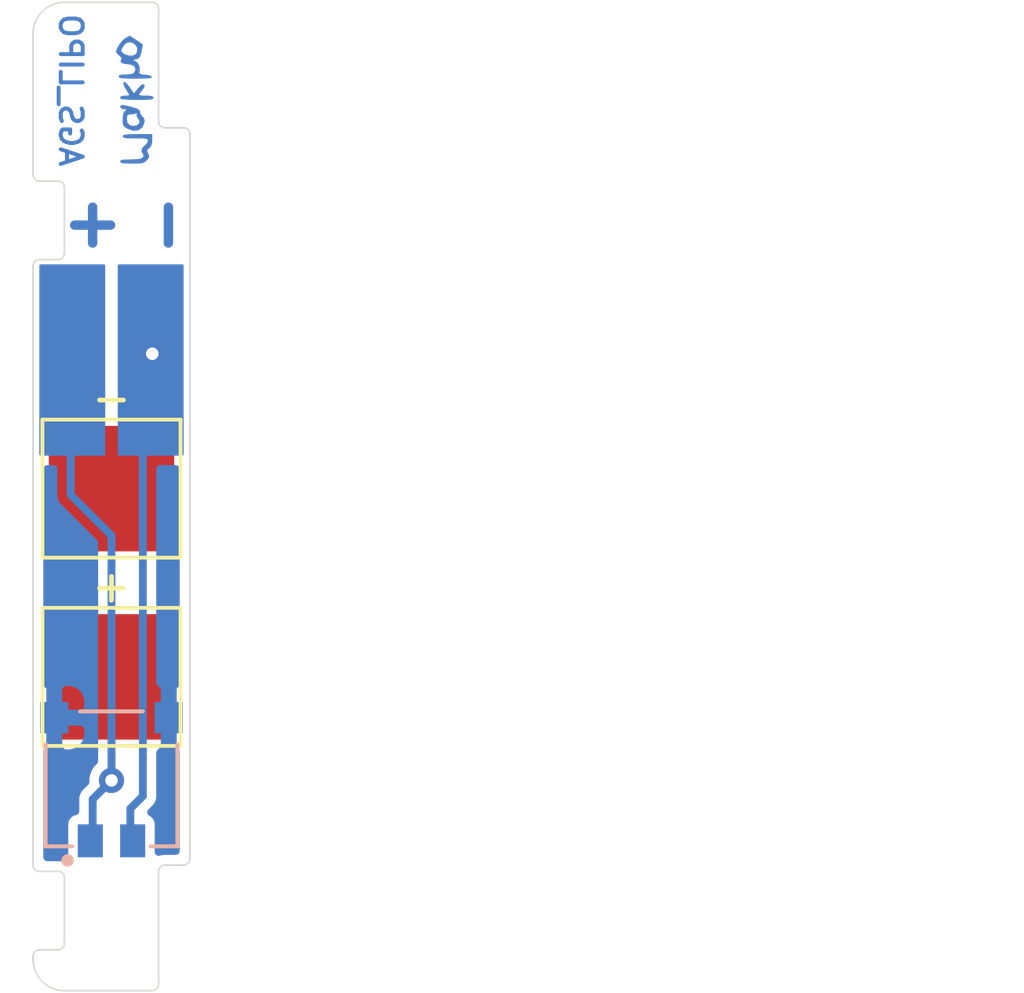
<source format=kicad_pcb>
(kicad_pcb (version 20171130) (host pcbnew "(5.1.6)-1")

  (general
    (thickness 1.6)
    (drawings 44)
    (tracks 16)
    (zones 0)
    (modules 4)
    (nets 4)
  )

  (page A4)
  (layers
    (0 F.Cu signal)
    (31 B.Cu signal)
    (32 B.Adhes user)
    (33 F.Adhes user)
    (34 B.Paste user)
    (35 F.Paste user)
    (36 B.SilkS user)
    (37 F.SilkS user)
    (38 B.Mask user)
    (39 F.Mask user)
    (40 Dwgs.User user)
    (41 Cmts.User user)
    (42 Eco1.User user)
    (43 Eco2.User user)
    (44 Edge.Cuts user)
    (45 Margin user)
    (46 B.CrtYd user)
    (47 F.CrtYd user)
    (48 B.Fab user)
    (49 F.Fab user)
  )

  (setup
    (last_trace_width 0.25)
    (trace_clearance 0.2)
    (zone_clearance 0.3)
    (zone_45_only no)
    (trace_min 0.2)
    (via_size 0.8)
    (via_drill 0.4)
    (via_min_size 0.4)
    (via_min_drill 0.3)
    (uvia_size 0.3)
    (uvia_drill 0.1)
    (uvias_allowed no)
    (uvia_min_size 0.2)
    (uvia_min_drill 0.1)
    (edge_width 0.05)
    (segment_width 0.2)
    (pcb_text_width 0.3)
    (pcb_text_size 1.5 1.5)
    (mod_edge_width 0.12)
    (mod_text_size 1 1)
    (mod_text_width 0.15)
    (pad_size 0.7 0.8)
    (pad_drill 0)
    (pad_to_mask_clearance 0.051)
    (solder_mask_min_width 0.25)
    (aux_axis_origin 0 0)
    (visible_elements 7FFFFFFF)
    (pcbplotparams
      (layerselection 0x010f0_ffffffff)
      (usegerberextensions true)
      (usegerberattributes false)
      (usegerberadvancedattributes false)
      (creategerberjobfile false)
      (excludeedgelayer true)
      (linewidth 0.150000)
      (plotframeref false)
      (viasonmask false)
      (mode 1)
      (useauxorigin false)
      (hpglpennumber 1)
      (hpglpenspeed 20)
      (hpglpendiameter 15.000000)
      (psnegative false)
      (psa4output false)
      (plotreference true)
      (plotvalue true)
      (plotinvisibletext false)
      (padsonsilk false)
      (subtractmaskfromsilk false)
      (outputformat 1)
      (mirror false)
      (drillshape 0)
      (scaleselection 1)
      (outputdirectory "gerbers(single)/"))
  )

  (net 0 "")
  (net 1 GND)
  (net 2 "Net-(J1-Pad2)")
  (net 3 "Net-(J1-Pad1)")

  (net_class Default "This is the default net class."
    (clearance 0.2)
    (trace_width 0.25)
    (via_dia 0.8)
    (via_drill 0.4)
    (uvia_dia 0.3)
    (uvia_drill 0.1)
    (add_net GND)
    (add_net "Net-(J1-Pad1)")
    (add_net "Net-(J1-Pad2)")
  )

  (module "misc_footprints:JST_BM02B-ACHSS-GAN-TF(LF)(SN)" (layer B.Cu) (tedit 5F3EEB13) (tstamp 5F3EEAD0)
    (at 2.5 24.75)
    (path /5F0BDC23)
    (fp_text reference J1 (at 1.075 3.635) (layer B.SilkS) hide
      (effects (font (size 1 1) (thickness 0.015)) (justify mirror))
    )
    (fp_text value "BM02B-ACHSS-GAN-TF(LF)(SN)" (at 16.95 -3.365) (layer B.Fab)
      (effects (font (size 1 1) (thickness 0.015)) (justify mirror))
    )
    (fp_line (start -2.1 2.15) (end 2.1 2.15) (layer B.Fab) (width 0.127))
    (fp_line (start 2.1 2.15) (end 2.1 -2.15) (layer B.Fab) (width 0.127))
    (fp_line (start 2.1 -2.15) (end -2.1 -2.15) (layer B.Fab) (width 0.127))
    (fp_line (start -2.1 -2.15) (end -2.1 2.15) (layer B.Fab) (width 0.127))
    (fp_line (start -1.25 2.15) (end -2.1 2.15) (layer B.SilkS) (width 0.127))
    (fp_line (start -2.1 2.15) (end -2.1 -1.1) (layer B.SilkS) (width 0.127))
    (fp_line (start 1.25 2.15) (end 2.1 2.15) (layer B.SilkS) (width 0.127))
    (fp_line (start 2.1 2.15) (end 2.1 -1.1) (layer B.SilkS) (width 0.127))
    (fp_line (start -1 -2.15) (end 1 -2.15) (layer B.SilkS) (width 0.127))
    (fp_line (start -2.35 2.5625) (end 2.35 2.5625) (layer B.CrtYd) (width 0.05))
    (fp_line (start 2.35 2.5625) (end 2.35 -2.54) (layer B.CrtYd) (width 0.05))
    (fp_line (start 2.35 -2.54) (end -2.35 -2.54) (layer B.CrtYd) (width 0.05))
    (fp_line (start -2.35 -2.54) (end -2.35 2.5625) (layer B.CrtYd) (width 0.05))
    (fp_circle (center -1.4 2.6) (end -1.3 2.6) (layer B.SilkS) (width 0.2))
    (fp_circle (center -1.4 2.6) (end -1.3 2.6) (layer B.Fab) (width 0.2))
    (pad S2 smd rect (at 1.825 -1.95) (size 0.9 1) (layers B.Cu B.Paste B.Mask)
      (net 1 GND))
    (pad S1 smd rect (at -1.825 -1.95) (size 0.9 1) (layers B.Cu B.Paste B.Mask)
      (net 1 GND))
    (pad 2 smd rect (at 0.675 1.975) (size 0.8 1.05) (layers B.Cu B.Paste B.Mask)
      (net 2 "Net-(J1-Pad2)"))
    (pad 1 smd rect (at -0.675 1.975) (size 0.8 1.05) (layers B.Cu B.Paste B.Mask)
      (net 3 "Net-(J1-Pad1)"))
  )

  (module misc_footprints:makho_micro_fmask (layer B.Cu) (tedit 5F25B3E4) (tstamp 5F26150A)
    (at 3.3 3.1 90)
    (fp_text reference Ref** (at 0 -1.7 90) (layer B.SilkS) hide
      (effects (font (size 1.27 1.27) (thickness 0.15)) (justify mirror))
    )
    (fp_text value Val** (at 0 1.45 90) (layer B.SilkS) hide
      (effects (font (size 1.27 1.27) (thickness 0.15)) (justify mirror))
    )
    (fp_poly (pts (xy -1.105667 0.027) (xy -1.107481 -0.181438) (xy -1.114142 -0.318683) (xy -1.127481 -0.398154)
      (xy -1.149327 -0.43327) (xy -1.169167 -0.438667) (xy -1.199437 -0.424273) (xy -1.218593 -0.371631)
      (xy -1.228876 -0.266547) (xy -1.232527 -0.094828) (xy -1.232667 -0.0365) (xy -1.233977 0.150494)
      (xy -1.240082 0.26852) (xy -1.254247 0.333265) (xy -1.279737 0.360412) (xy -1.316358 0.365667)
      (xy -1.398641 0.33261) (xy -1.469393 0.259833) (xy -1.560525 0.172608) (xy -1.660389 0.160547)
      (xy -1.730406 0.203006) (xy -1.789166 0.229053) (xy -1.844706 0.197823) (xy -1.880786 0.14195)
      (xy -1.901543 0.037873) (xy -1.909639 -0.130208) (xy -1.91 -0.18985) (xy -1.914722 -0.374777)
      (xy -1.930498 -0.48295) (xy -1.959746 -0.521839) (xy -2.004884 -0.498914) (xy -2.008778 -0.495111)
      (xy -2.021876 -0.442302) (xy -2.031743 -0.326896) (xy -2.036713 -0.170949) (xy -2.037 -0.12149)
      (xy -2.034588 0.053956) (xy -2.023753 0.167506) (xy -1.999097 0.241874) (xy -1.95522 0.299777)
      (xy -1.93132 0.32319) (xy -1.851678 0.387379) (xy -1.788118 0.395599) (xy -1.718499 0.365131)
      (xy -1.63612 0.331303) (xy -1.583106 0.353644) (xy -1.546612 0.400229) (xy -1.478886 0.463094)
      (xy -1.374447 0.489618) (xy -1.293766 0.492667) (xy -1.105667 0.492667) (xy -1.105667 0.027)) (layer B.Mask) (width 0.01))
    (fp_poly (pts (xy -0.598475 0.23487) (xy -0.538146 0.182995) (xy -0.452577 0.120822) (xy -0.379436 0.102834)
      (xy -0.332328 0.083809) (xy -0.286873 0.000442) (xy -0.243952 -0.132601) (xy -0.206477 -0.277449)
      (xy -0.181204 -0.396747) (xy -0.174333 -0.452027) (xy -0.19875 -0.516583) (xy -0.256119 -0.50956)
      (xy -0.273111 -0.495111) (xy -0.296911 -0.433693) (xy -0.30268 -0.378694) (xy -0.308591 -0.317878)
      (xy -0.335655 -0.33326) (xy -0.360263 -0.364583) (xy -0.431162 -0.41471) (xy -0.556519 -0.43662)
      (xy -0.633223 -0.438667) (xy -0.763229 -0.43464) (xy -0.839116 -0.411484) (xy -0.891396 -0.352582)
      (xy -0.933322 -0.275236) (xy -0.988792 -0.101654) (xy -0.846007 -0.101654) (xy -0.812103 -0.221788)
      (xy -0.810502 -0.224816) (xy -0.739581 -0.291966) (xy -0.617344 -0.311667) (xy -0.517602 -0.303381)
      (xy -0.477083 -0.267009) (xy -0.470667 -0.209296) (xy -0.458914 -0.095816) (xy -0.442306 -0.033018)
      (xy -0.434019 0.017367) (xy -0.46614 0.008631) (xy -0.534671 0.009863) (xy -0.602812 0.052824)
      (xy -0.694473 0.097816) (xy -0.774212 0.0755) (xy -0.82905 0.003226) (xy -0.846007 -0.101654)
      (xy -0.988792 -0.101654) (xy -0.989466 -0.099548) (xy -0.974356 0.053568) (xy -0.89206 0.170838)
      (xy -0.778228 0.230652) (xy -0.670822 0.25442) (xy -0.598475 0.23487)) (layer B.Mask) (width 0.01))
    (fp_poly (pts (xy 0.759655 0.432761) (xy 0.784915 0.326644) (xy 0.791078 0.266886) (xy 0.802682 0.147725)
      (xy 0.824764 0.093972) (xy 0.869195 0.086381) (xy 0.898564 0.092626) (xy 1.029977 0.095134)
      (xy 1.14855 0.048059) (xy 1.224037 -0.034307) (xy 1.234188 -0.065969) (xy 1.248432 -0.122276)
      (xy 1.250707 -0.120021) (xy 1.398919 -0.120021) (xy 1.399791 -0.25076) (xy 1.443277 -0.380038)
      (xy 1.466083 -0.415541) (xy 1.525851 -0.481141) (xy 1.584504 -0.486584) (xy 1.655328 -0.454816)
      (xy 1.754542 -0.384005) (xy 1.815363 -0.311611) (xy 1.833909 -0.198455) (xy 1.791159 -0.084757)
      (xy 1.704949 -0.000079) (xy 1.611046 0.027) (xy 1.505598 0.009686) (xy 1.4428 -0.0238)
      (xy 1.398919 -0.120021) (xy 1.250707 -0.120021) (xy 1.263523 -0.107319) (xy 1.28456 -0.028396)
      (xy 1.313827 0.0552) (xy 1.367231 0.104695) (xy 1.470017 0.138909) (xy 1.525879 0.151521)
      (xy 1.648057 0.177154) (xy 1.730463 0.193372) (xy 1.749504 0.196333) (xy 1.778227 0.163763)
      (xy 1.837757 0.079287) (xy 1.898948 -0.013694) (xy 2.033723 -0.223722) (xy 1.956278 -0.35639)
      (xy 1.875534 -0.451346) (xy 1.75675 -0.545867) (xy 1.630585 -0.619116) (xy 1.5277 -0.650255)
      (xy 1.523759 -0.650333) (xy 1.471154 -0.620113) (xy 1.401828 -0.547378) (xy 1.401314 -0.546725)
      (xy 1.334771 -0.479633) (xy 1.284908 -0.480491) (xy 1.269478 -0.493455) (xy 1.212885 -0.510268)
      (xy 1.164841 -0.459614) (xy 1.139274 -0.358518) (xy 1.13807 -0.332833) (xy 1.114923 -0.165209)
      (xy 1.054943 -0.063291) (xy 0.963695 -0.033001) (xy 0.880933 -0.059308) (xy 0.831344 -0.104033)
      (xy 0.806455 -0.184987) (xy 0.799346 -0.32549) (xy 0.799333 -0.334323) (xy 0.793565 -0.474229)
      (xy 0.773343 -0.546021) (xy 0.735833 -0.565667) (xy 0.709011 -0.553215) (xy 0.690764 -0.507394)
      (xy 0.679578 -0.415506) (xy 0.67394 -0.264854) (xy 0.672335 -0.04274) (xy 0.672333 -0.032972)
      (xy 0.674347 0.197694) (xy 0.68107 0.353707) (xy 0.693521 0.445002) (xy 0.71272 0.481513)
      (xy 0.72525 0.482302) (xy 0.759655 0.432761)) (layer B.Mask) (width 0.01))
    (fp_poly (pts (xy 0.096794 0.514097) (xy 0.11651 0.440749) (xy 0.122 0.302167) (xy 0.126217 0.174631)
      (xy 0.137094 0.09006) (xy 0.147639 0.069333) (xy 0.1934 0.094134) (xy 0.275566 0.155843)
      (xy 0.301887 0.177551) (xy 0.399306 0.245474) (xy 0.461424 0.250665) (xy 0.477107 0.239159)
      (xy 0.48627 0.192584) (xy 0.433459 0.121601) (xy 0.357892 0.053331) (xy 0.192067 -0.085888)
      (xy 0.393678 -0.2246) (xy 0.512711 -0.316241) (xy 0.558983 -0.378765) (xy 0.550854 -0.407746)
      (xy 0.492058 -0.41898) (xy 0.388101 -0.372221) (xy 0.336284 -0.33959) (xy 0.23262 -0.273764)
      (xy 0.16069 -0.233219) (xy 0.144074 -0.227) (xy 0.129475 -0.264265) (xy 0.122187 -0.355881)
      (xy 0.122 -0.375167) (xy 0.108684 -0.487959) (xy 0.070161 -0.523482) (xy 0.023222 -0.495111)
      (xy 0.012192 -0.444013) (xy 0.003182 -0.325989) (xy -0.002864 -0.158773) (xy -0.005 0.034056)
      (xy -0.003375 0.251341) (xy 0.002603 0.397031) (xy 0.014584 0.484152) (xy 0.03422 0.525732)
      (xy 0.0585 0.535) (xy 0.096794 0.514097)) (layer B.Mask) (width 0.01))
    (fp_poly (pts (xy 0.096794 0.514097) (xy 0.11651 0.440749) (xy 0.122 0.302167) (xy 0.126217 0.174631)
      (xy 0.137094 0.09006) (xy 0.147639 0.069333) (xy 0.1934 0.094134) (xy 0.275566 0.155843)
      (xy 0.301887 0.177551) (xy 0.399306 0.245474) (xy 0.461424 0.250665) (xy 0.477107 0.239159)
      (xy 0.48627 0.192584) (xy 0.433459 0.121601) (xy 0.357892 0.053331) (xy 0.192067 -0.085888)
      (xy 0.393678 -0.2246) (xy 0.512711 -0.316241) (xy 0.558983 -0.378765) (xy 0.550854 -0.407746)
      (xy 0.492058 -0.41898) (xy 0.388101 -0.372221) (xy 0.336284 -0.33959) (xy 0.23262 -0.273764)
      (xy 0.16069 -0.233219) (xy 0.144074 -0.227) (xy 0.129475 -0.264265) (xy 0.122187 -0.355881)
      (xy 0.122 -0.375167) (xy 0.108684 -0.487959) (xy 0.070161 -0.523482) (xy 0.023222 -0.495111)
      (xy 0.012192 -0.444013) (xy 0.003182 -0.325989) (xy -0.002864 -0.158773) (xy -0.005 0.034056)
      (xy -0.003375 0.251341) (xy 0.002603 0.397031) (xy 0.014584 0.484152) (xy 0.03422 0.525732)
      (xy 0.0585 0.535) (xy 0.096794 0.514097)) (layer B.Cu) (width 0.01))
    (fp_poly (pts (xy -0.598475 0.23487) (xy -0.538146 0.182995) (xy -0.452577 0.120822) (xy -0.379436 0.102834)
      (xy -0.332328 0.083809) (xy -0.286873 0.000442) (xy -0.243952 -0.132601) (xy -0.206477 -0.277449)
      (xy -0.181204 -0.396747) (xy -0.174333 -0.452027) (xy -0.19875 -0.516583) (xy -0.256119 -0.50956)
      (xy -0.273111 -0.495111) (xy -0.296911 -0.433693) (xy -0.30268 -0.378694) (xy -0.308591 -0.317878)
      (xy -0.335655 -0.33326) (xy -0.360263 -0.364583) (xy -0.431162 -0.41471) (xy -0.556519 -0.43662)
      (xy -0.633223 -0.438667) (xy -0.763229 -0.43464) (xy -0.839116 -0.411484) (xy -0.891396 -0.352582)
      (xy -0.933322 -0.275236) (xy -0.988792 -0.101654) (xy -0.846007 -0.101654) (xy -0.812103 -0.221788)
      (xy -0.810502 -0.224816) (xy -0.739581 -0.291966) (xy -0.617344 -0.311667) (xy -0.517602 -0.303381)
      (xy -0.477083 -0.267009) (xy -0.470667 -0.209296) (xy -0.458914 -0.095816) (xy -0.442306 -0.033018)
      (xy -0.434019 0.017367) (xy -0.46614 0.008631) (xy -0.534671 0.009863) (xy -0.602812 0.052824)
      (xy -0.694473 0.097816) (xy -0.774212 0.0755) (xy -0.82905 0.003226) (xy -0.846007 -0.101654)
      (xy -0.988792 -0.101654) (xy -0.989466 -0.099548) (xy -0.974356 0.053568) (xy -0.89206 0.170838)
      (xy -0.778228 0.230652) (xy -0.670822 0.25442) (xy -0.598475 0.23487)) (layer B.Cu) (width 0.01))
    (fp_poly (pts (xy -1.105667 0.027) (xy -1.107481 -0.181438) (xy -1.114142 -0.318683) (xy -1.127481 -0.398154)
      (xy -1.149327 -0.43327) (xy -1.169167 -0.438667) (xy -1.199437 -0.424273) (xy -1.218593 -0.371631)
      (xy -1.228876 -0.266547) (xy -1.232527 -0.094828) (xy -1.232667 -0.0365) (xy -1.233977 0.150494)
      (xy -1.240082 0.26852) (xy -1.254247 0.333265) (xy -1.279737 0.360412) (xy -1.316358 0.365667)
      (xy -1.398641 0.33261) (xy -1.469393 0.259833) (xy -1.560525 0.172608) (xy -1.660389 0.160547)
      (xy -1.730406 0.203006) (xy -1.789166 0.229053) (xy -1.844706 0.197823) (xy -1.880786 0.14195)
      (xy -1.901543 0.037873) (xy -1.909639 -0.130208) (xy -1.91 -0.18985) (xy -1.914722 -0.374777)
      (xy -1.930498 -0.48295) (xy -1.959746 -0.521839) (xy -2.004884 -0.498914) (xy -2.008778 -0.495111)
      (xy -2.021876 -0.442302) (xy -2.031743 -0.326896) (xy -2.036713 -0.170949) (xy -2.037 -0.12149)
      (xy -2.034588 0.053956) (xy -2.023753 0.167506) (xy -1.999097 0.241874) (xy -1.95522 0.299777)
      (xy -1.93132 0.32319) (xy -1.851678 0.387379) (xy -1.788118 0.395599) (xy -1.718499 0.365131)
      (xy -1.63612 0.331303) (xy -1.583106 0.353644) (xy -1.546612 0.400229) (xy -1.478886 0.463094)
      (xy -1.374447 0.489618) (xy -1.293766 0.492667) (xy -1.105667 0.492667) (xy -1.105667 0.027)) (layer B.Cu) (width 0.01))
    (fp_poly (pts (xy 0.759655 0.432761) (xy 0.784915 0.326644) (xy 0.791078 0.266886) (xy 0.802682 0.147725)
      (xy 0.824764 0.093972) (xy 0.869195 0.086381) (xy 0.898564 0.092626) (xy 1.029977 0.095134)
      (xy 1.14855 0.048059) (xy 1.224037 -0.034307) (xy 1.234188 -0.065969) (xy 1.248432 -0.122276)
      (xy 1.250707 -0.120021) (xy 1.398919 -0.120021) (xy 1.399791 -0.25076) (xy 1.443277 -0.380038)
      (xy 1.466083 -0.415541) (xy 1.525851 -0.481141) (xy 1.584504 -0.486584) (xy 1.655328 -0.454816)
      (xy 1.754542 -0.384005) (xy 1.815363 -0.311611) (xy 1.833909 -0.198455) (xy 1.791159 -0.084757)
      (xy 1.704949 -0.000079) (xy 1.611046 0.027) (xy 1.505598 0.009686) (xy 1.4428 -0.0238)
      (xy 1.398919 -0.120021) (xy 1.250707 -0.120021) (xy 1.263523 -0.107319) (xy 1.28456 -0.028396)
      (xy 1.313827 0.0552) (xy 1.367231 0.104695) (xy 1.470017 0.138909) (xy 1.525879 0.151521)
      (xy 1.648057 0.177154) (xy 1.730463 0.193372) (xy 1.749504 0.196333) (xy 1.778227 0.163763)
      (xy 1.837757 0.079287) (xy 1.898948 -0.013694) (xy 2.033723 -0.223722) (xy 1.956278 -0.35639)
      (xy 1.875534 -0.451346) (xy 1.75675 -0.545867) (xy 1.630585 -0.619116) (xy 1.5277 -0.650255)
      (xy 1.523759 -0.650333) (xy 1.471154 -0.620113) (xy 1.401828 -0.547378) (xy 1.401314 -0.546725)
      (xy 1.334771 -0.479633) (xy 1.284908 -0.480491) (xy 1.269478 -0.493455) (xy 1.212885 -0.510268)
      (xy 1.164841 -0.459614) (xy 1.139274 -0.358518) (xy 1.13807 -0.332833) (xy 1.114923 -0.165209)
      (xy 1.054943 -0.063291) (xy 0.963695 -0.033001) (xy 0.880933 -0.059308) (xy 0.831344 -0.104033)
      (xy 0.806455 -0.184987) (xy 0.799346 -0.32549) (xy 0.799333 -0.334323) (xy 0.793565 -0.474229)
      (xy 0.773343 -0.546021) (xy 0.735833 -0.565667) (xy 0.709011 -0.553215) (xy 0.690764 -0.507394)
      (xy 0.679578 -0.415506) (xy 0.67394 -0.264854) (xy 0.672335 -0.04274) (xy 0.672333 -0.032972)
      (xy 0.674347 0.197694) (xy 0.68107 0.353707) (xy 0.693521 0.445002) (xy 0.71272 0.481513)
      (xy 0.72525 0.482302) (xy 0.759655 0.432761)) (layer B.Cu) (width 0.01))
  )

  (module TestPoint:TestPoint_Pad_4.0x4.0mm (layer F.Cu) (tedit 5A0F774F) (tstamp 5F0BDE92)
    (at 2.5 21.5)
    (descr "SMD rectangular pad as test Point, square 4.0mm side length")
    (tags "test point SMD pad rectangle square")
    (path /5F0BE68B)
    (attr virtual)
    (fp_text reference + (at 0 -2.898) (layer F.SilkS)
      (effects (font (size 1 1) (thickness 0.15)))
    )
    (fp_text value TestPoint (at 0 3.1) (layer F.Fab)
      (effects (font (size 1 1) (thickness 0.15)))
    )
    (fp_line (start -2.2 -2.2) (end 2.2 -2.2) (layer F.SilkS) (width 0.12))
    (fp_line (start 2.2 -2.2) (end 2.2 2.2) (layer F.SilkS) (width 0.12))
    (fp_line (start 2.2 2.2) (end -2.2 2.2) (layer F.SilkS) (width 0.12))
    (fp_line (start -2.2 2.2) (end -2.2 -2.2) (layer F.SilkS) (width 0.12))
    (fp_line (start -2.5 -2.5) (end 2.5 -2.5) (layer F.CrtYd) (width 0.05))
    (fp_line (start -2.5 -2.5) (end -2.5 2.5) (layer F.CrtYd) (width 0.05))
    (fp_line (start 2.5 2.5) (end 2.5 -2.5) (layer F.CrtYd) (width 0.05))
    (fp_line (start 2.5 2.5) (end -2.5 2.5) (layer F.CrtYd) (width 0.05))
    (fp_text user %R (at 0 -2.9) (layer F.Fab)
      (effects (font (size 1 1) (thickness 0.15)))
    )
    (pad 1 smd rect (at 0 0) (size 4 4) (layers F.Cu F.Mask)
      (net 3 "Net-(J1-Pad1)"))
  )

  (module TestPoint:TestPoint_Pad_4.0x4.0mm (layer F.Cu) (tedit 5A0F774F) (tstamp 5F0BDEA0)
    (at 2.5 15.5)
    (descr "SMD rectangular pad as test Point, square 4.0mm side length")
    (tags "test point SMD pad rectangle square")
    (path /5F0BEC84)
    (attr virtual)
    (fp_text reference - (at 0 -2.898) (layer F.SilkS)
      (effects (font (size 1 1) (thickness 0.15)))
    )
    (fp_text value TestPoint (at 0 3.1) (layer F.Fab)
      (effects (font (size 1 1) (thickness 0.15)))
    )
    (fp_line (start 2.5 2.5) (end -2.5 2.5) (layer F.CrtYd) (width 0.05))
    (fp_line (start 2.5 2.5) (end 2.5 -2.5) (layer F.CrtYd) (width 0.05))
    (fp_line (start -2.5 -2.5) (end -2.5 2.5) (layer F.CrtYd) (width 0.05))
    (fp_line (start -2.5 -2.5) (end 2.5 -2.5) (layer F.CrtYd) (width 0.05))
    (fp_line (start -2.2 2.2) (end -2.2 -2.2) (layer F.SilkS) (width 0.12))
    (fp_line (start 2.2 2.2) (end -2.2 2.2) (layer F.SilkS) (width 0.12))
    (fp_line (start 2.2 -2.2) (end 2.2 2.2) (layer F.SilkS) (width 0.12))
    (fp_line (start -2.2 -2.2) (end 2.2 -2.2) (layer F.SilkS) (width 0.12))
    (fp_text user %R (at 0 -2.9) (layer F.Fab)
      (effects (font (size 1 1) (thickness 0.15)))
    )
    (pad 1 smd rect (at 0 0) (size 4 4) (layers F.Cu F.Mask)
      (net 2 "Net-(J1-Pad2)"))
  )

  (gr_line (start 4 31.3) (end 4 27.7) (layer Edge.Cuts) (width 0.05) (tstamp 5F4714C6))
  (gr_line (start 4.8 27.5) (end 4.2 27.5) (layer Edge.Cuts) (width 0.05) (tstamp 5F4714C5))
  (gr_arc (start 4.2 27.7) (end 4.2 27.5) (angle -90) (layer Edge.Cuts) (width 0.05) (tstamp 5F4714C4))
  (gr_arc (start 3.8 31.3) (end 3.8 31.5) (angle -90) (layer Edge.Cuts) (width 0.05) (tstamp 5F4714C3))
  (gr_arc (start 4.8 27.3) (end 4.8 27.5) (angle -90) (layer Edge.Cuts) (width 0.05) (tstamp 5F4714C2))
  (gr_line (start 4.8 4) (end 4.2 4) (layer Edge.Cuts) (width 0.05) (tstamp 5F4712FF))
  (gr_line (start 4 3.8) (end 4 0.2) (layer Edge.Cuts) (width 0.05) (tstamp 5F4712FD))
  (gr_arc (start 3.8 0.2) (end 4 0.2) (angle -90) (layer Edge.Cuts) (width 0.05) (tstamp 5F4712FC))
  (gr_arc (start 4.8 4.2) (end 5 4.2) (angle -90) (layer Edge.Cuts) (width 0.05) (tstamp 5F4712FB))
  (gr_arc (start 4.2 3.8) (end 4 3.8) (angle -90) (layer Edge.Cuts) (width 0.05) (tstamp 5F4712F9))
  (gr_text "+\n-" (at 3 7.1 90) (layer B.Mask) (tstamp 5F261A8F)
    (effects (font (size 1.5 1.5) (thickness 0.3)) (justify mirror))
  )
  (gr_text "+\n-" (at 3 7.1 90) (layer B.Cu)
    (effects (font (size 1.5 1.5) (thickness 0.3)) (justify mirror))
  )
  (gr_text AGS_LIPO (at 1.2 2.8 270) (layer B.Mask) (tstamp 5F261537)
    (effects (font (size 0.7 0.7) (thickness 0.125)) (justify mirror))
  )
  (gr_text AGS_LIPO (at 1.2 2.8 270) (layer B.Cu)
    (effects (font (size 0.7 0.7) (thickness 0.125)) (justify mirror))
  )
  (gr_arc (start 0.2 5.5) (end 0 5.5) (angle -90) (layer Edge.Cuts) (width 0.05) (tstamp 5F25AED4))
  (gr_arc (start 0.8 5.9) (end 1 5.9) (angle -90) (layer Edge.Cuts) (width 0.05) (tstamp 5F25AEDA))
  (gr_arc (start 0.8 8) (end 0.8 8.2) (angle -90) (layer Edge.Cuts) (width 0.05) (tstamp 5F25AE07))
  (gr_arc (start 0.2 8.4) (end 0.2 8.2) (angle -90) (layer Edge.Cuts) (width 0.05) (tstamp 5F25AE07))
  (gr_arc (start 0.8 30) (end 0.8 30.2) (angle -90) (layer Edge.Cuts) (width 0.05) (tstamp 5F25AE07))
  (gr_arc (start 0.8 27.9) (end 1 27.9) (angle -90) (layer Edge.Cuts) (width 0.05) (tstamp 5F25AE07))
  (gr_arc (start 0.2 27.5) (end 0 27.5) (angle -90) (layer Edge.Cuts) (width 0.05) (tstamp 5F25AE07))
  (gr_arc (start 0.2 30.4) (end 0.2 30.2) (angle -90) (layer Edge.Cuts) (width 0.05))
  (gr_line (start 0 30.4) (end 0 30.5) (layer Edge.Cuts) (width 0.05) (tstamp 5F25ADB4))
  (gr_line (start 0 8.4) (end 0 27.5) (layer Edge.Cuts) (width 0.05) (tstamp 5F25ADB1))
  (gr_line (start 0 31.5) (end 0 30.2) (layer Dwgs.User) (width 0.15))
  (gr_line (start 1 31.5) (end 0 31.5) (layer Dwgs.User) (width 0.15))
  (gr_line (start 1 27.9) (end 1 30) (layer Edge.Cuts) (width 0.05) (tstamp 5F25AD19))
  (gr_line (start 0.2 30.2) (end 0.8 30.2) (layer Edge.Cuts) (width 0.05) (tstamp 5F25AD18))
  (gr_line (start 0.2 27.7) (end 0.8 27.7) (layer Edge.Cuts) (width 0.05) (tstamp 5F25AD17))
  (gr_line (start 1 5.9) (end 1 8) (layer Edge.Cuts) (width 0.05) (tstamp 5F25AEDD))
  (gr_line (start 0.2 8.2) (end 0.8 8.2) (layer Edge.Cuts) (width 0.05) (tstamp 5F25ACE8))
  (gr_line (start 0.2 5.7) (end 0.8 5.7) (layer Edge.Cuts) (width 0.05) (tstamp 5F25AEE0))
  (gr_line (start 0 0) (end 0 5.7) (layer Dwgs.User) (width 0.15))
  (gr_line (start 0 0) (end 1 0) (layer Dwgs.User) (width 0.15))
  (gr_poly (pts (xy 2.75 8.4) (xy 4.75 8.4) (xy 4.75 14.4) (xy 2.75 14.4)) (layer B.Mask) (width 0.1) (tstamp 5F1B49CF))
  (gr_poly (pts (xy 0.25 8.4) (xy 2.25 8.4) (xy 2.25 14.4) (xy 0.25 14.4)) (layer B.Mask) (width 0.1) (tstamp 5F1B49C5))
  (gr_poly (pts (xy 2.75 8.4) (xy 4.75 8.4) (xy 4.75 14.4) (xy 2.75 14.4)) (layer B.Cu) (width 0.1) (tstamp 5F1B4907))
  (gr_poly (pts (xy 0.25 8.4) (xy 2.25 8.4) (xy 2.25 14.4) (xy 0.25 14.4)) (layer B.Cu) (width 0.1) (tstamp 5E1C0EDE))
  (gr_line (start 3.8 31.5) (end 1 31.5) (layer Edge.Cuts) (width 0.05) (tstamp 5E1C0EDD))
  (gr_line (start 0 5.5) (end 0 1) (layer Edge.Cuts) (width 0.05) (tstamp 5F25AED7))
  (gr_line (start 3.8 0) (end 1 0) (layer Edge.Cuts) (width 0.05) (tstamp 5E1C0ED8))
  (gr_line (start 5 27.3) (end 5 4.2) (layer Edge.Cuts) (width 0.05) (tstamp 5E1C0ED7))
  (gr_arc (start 1 1) (end 1 0) (angle -90) (layer Edge.Cuts) (width 0.05) (tstamp 5E1C0ED4))
  (gr_arc (start 1 30.5) (end 0 30.5) (angle -90) (layer Edge.Cuts) (width 0.05) (tstamp 5E1C0ECD))

  (segment (start 3.1 26.6375) (end 3.1 25.7) (width 0.25) (layer B.Cu) (net 2))
  (segment (start 3.1 25.7) (end 3.5 25.3) (width 0.25) (layer B.Cu) (net 2))
  (segment (start 3.5 25.3) (end 3.5 24.1) (width 0.25) (layer B.Cu) (net 2))
  (segment (start 3.5 24.1) (end 3.5 11.5) (width 0.25) (layer B.Cu) (net 2))
  (segment (start 3.5 11.5) (end 3.8 11.2) (width 0.25) (layer B.Cu) (net 2))
  (segment (start 3.8 11.2) (end 3.8 11.2) (width 0.25) (layer B.Cu) (net 2) (tstamp 5F25B0B2))
  (via (at 3.8 11.2) (size 0.8) (drill 0.4) (layers F.Cu B.Cu) (net 2))
  (segment (start 3.8 14.2) (end 2.5 15.5) (width 0.25) (layer F.Cu) (net 2))
  (segment (start 3.8 11.2) (end 3.8 14.2) (width 0.25) (layer F.Cu) (net 2))
  (via (at 2.5 24.8) (size 0.8) (drill 0.4) (layers F.Cu B.Cu) (net 3))
  (segment (start 1.9 26.6375) (end 1.9 25.4) (width 0.25) (layer B.Cu) (net 3))
  (segment (start 1.9 25.4) (end 2.5 24.8) (width 0.25) (layer B.Cu) (net 3))
  (segment (start 2.5 24.8) (end 2.5 21.5) (width 0.25) (layer F.Cu) (net 3))
  (segment (start 2.5 24.8) (end 2.5 17) (width 0.25) (layer B.Cu) (net 3))
  (segment (start 2.5 17) (end 1.2 15.7) (width 0.25) (layer B.Cu) (net 3))
  (segment (start 1.2 15.7) (end 1.2 11.5) (width 0.25) (layer B.Cu) (net 3))

  (zone (net 1) (net_name GND) (layer B.Cu) (tstamp 5F4716EC) (hatch edge 0.508)
    (connect_pads (clearance 0.3))
    (min_thickness 0.254)
    (fill yes (arc_segments 32) (thermal_gap 0.508) (thermal_bridge_width 0.508))
    (polygon
      (pts
        (xy 5 31.5) (xy 0 31.5) (xy 0 0) (xy 5 0)
      )
    )
    (filled_polygon
      (pts
        (xy 0.648 15.672894) (xy 0.64533 15.7) (xy 0.648 15.727106) (xy 0.648 15.727108) (xy 0.655988 15.80821)
        (xy 0.687552 15.912262) (xy 0.738809 16.008158) (xy 0.807789 16.092211) (xy 0.828856 16.1095) (xy 1.948001 17.228647)
        (xy 1.948 24.182447) (xy 1.857628 24.272819) (xy 1.767123 24.408269) (xy 1.704782 24.558773) (xy 1.673 24.718548)
        (xy 1.673 24.846355) (xy 1.528851 24.990505) (xy 1.50779 25.007789) (xy 1.44906 25.079352) (xy 1.438809 25.091843)
        (xy 1.387552 25.187738) (xy 1.355989 25.29179) (xy 1.34533 25.4) (xy 1.348001 25.427116) (xy 1.348001 25.778517)
        (xy 1.341293 25.779178) (xy 1.260804 25.803595) (xy 1.186624 25.843245) (xy 1.121605 25.896605) (xy 1.068245 25.961624)
        (xy 1.028595 26.035804) (xy 1.004178 26.116293) (xy 0.995934 26.2) (xy 0.995934 27.25) (xy 0.998886 27.279976)
        (xy 0.969492 27.271101) (xy 0.929265 27.263136) (xy 0.889231 27.254626) (xy 0.88871 27.254571) (xy 0.888607 27.25454)
        (xy 0.885543 27.254238) (xy 0.88296 27.253967) (xy 0.882957 27.253966) (xy 0.882954 27.253966) (xy 0.844108 27.250157)
        (xy 0.844105 27.250157) (xy 0.822205 27.248) (xy 0.452 27.248) (xy 0.452 23.87225) (xy 0.548 23.77625)
        (xy 0.548 22.927) (xy 0.802 22.927) (xy 0.802 23.77625) (xy 0.96075 23.935) (xy 1.125 23.938072)
        (xy 1.249482 23.925812) (xy 1.36918 23.889502) (xy 1.479494 23.830537) (xy 1.576185 23.751185) (xy 1.655537 23.654494)
        (xy 1.714502 23.54418) (xy 1.750812 23.424482) (xy 1.763072 23.3) (xy 1.76 23.08575) (xy 1.60125 22.927)
        (xy 0.802 22.927) (xy 0.548 22.927) (xy 0.528 22.927) (xy 0.528 22.673) (xy 0.548 22.673)
        (xy 0.548 21.82375) (xy 0.802 21.82375) (xy 0.802 22.673) (xy 1.60125 22.673) (xy 1.76 22.51425)
        (xy 1.763072 22.3) (xy 1.750812 22.175518) (xy 1.714502 22.05582) (xy 1.655537 21.945506) (xy 1.576185 21.848815)
        (xy 1.479494 21.769463) (xy 1.36918 21.710498) (xy 1.249482 21.674188) (xy 1.125 21.661928) (xy 0.96075 21.665)
        (xy 0.802 21.82375) (xy 0.548 21.82375) (xy 0.452 21.72775) (xy 0.452 14.877) (xy 0.648 14.877)
      )
    )
    (filled_polygon
      (pts
        (xy 4.548 21.72775) (xy 4.452 21.82375) (xy 4.452 22.673) (xy 4.472 22.673) (xy 4.472 22.927)
        (xy 4.452 22.927) (xy 4.452 23.77625) (xy 4.548 23.87225) (xy 4.548 27.048) (xy 4.177795 27.048)
        (xy 4.158779 27.049873) (xy 4.15764 27.049865) (xy 4.151359 27.050481) (xy 4.132793 27.052432) (xy 4.111393 27.05454)
        (xy 4.108781 27.055332) (xy 4.072393 27.062801) (xy 4.032169 27.070474) (xy 4.026131 27.072297) (xy 4.026125 27.072298)
        (xy 4.026119 27.0723) (xy 4.004066 27.079127) (xy 4.004066 26.2) (xy 3.995822 26.116293) (xy 3.971405 26.035804)
        (xy 3.931755 25.961624) (xy 3.878395 25.896605) (xy 3.813376 25.843245) (xy 3.763865 25.816781) (xy 3.871154 25.709492)
        (xy 3.892211 25.692211) (xy 3.945728 25.627) (xy 3.961191 25.608159) (xy 3.988588 25.556902) (xy 4.012448 25.512263)
        (xy 4.044012 25.408211) (xy 4.052 25.327109) (xy 4.052 25.327099) (xy 4.054669 25.300001) (xy 4.052 25.272903)
        (xy 4.052 23.92225) (xy 4.198 23.77625) (xy 4.198 22.927) (xy 4.178 22.927) (xy 4.178 22.673)
        (xy 4.198 22.673) (xy 4.198 21.82375) (xy 4.052 21.67775) (xy 4.052 14.877) (xy 4.548001 14.877)
      )
    )
  )
)

</source>
